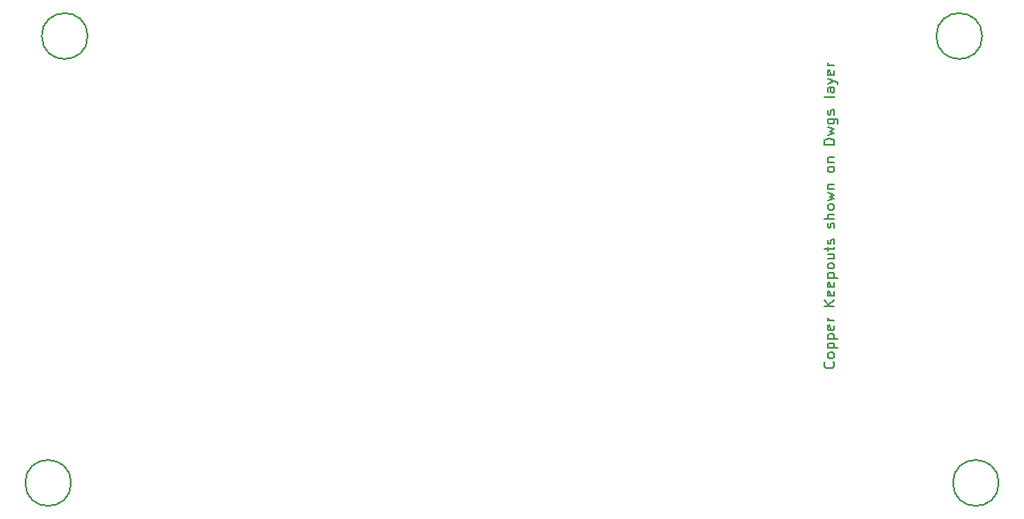
<source format=gbr>
%TF.GenerationSoftware,KiCad,Pcbnew,(6.0.6)*%
%TF.CreationDate,2022-08-15T00:38:18+08:00*%
%TF.ProjectId,15k-macropad-pico,31356b2d-6d61-4637-926f-7061642d7069,rev?*%
%TF.SameCoordinates,Original*%
%TF.FileFunction,Other,Comment*%
%FSLAX46Y46*%
G04 Gerber Fmt 4.6, Leading zero omitted, Abs format (unit mm)*
G04 Created by KiCad (PCBNEW (6.0.6)) date 2022-08-15 00:38:18*
%MOMM*%
%LPD*%
G01*
G04 APERTURE LIST*
%ADD10C,0.150000*%
G04 APERTURE END LIST*
D10*
%TO.C,U1*%
X172089642Y-89211000D02*
X172137261Y-89258619D01*
X172184880Y-89401476D01*
X172184880Y-89496714D01*
X172137261Y-89639571D01*
X172042023Y-89734809D01*
X171946785Y-89782428D01*
X171756309Y-89830047D01*
X171613452Y-89830047D01*
X171422976Y-89782428D01*
X171327738Y-89734809D01*
X171232500Y-89639571D01*
X171184880Y-89496714D01*
X171184880Y-89401476D01*
X171232500Y-89258619D01*
X171280119Y-89211000D01*
X172184880Y-88639571D02*
X172137261Y-88734809D01*
X172089642Y-88782428D01*
X171994404Y-88830047D01*
X171708690Y-88830047D01*
X171613452Y-88782428D01*
X171565833Y-88734809D01*
X171518214Y-88639571D01*
X171518214Y-88496714D01*
X171565833Y-88401476D01*
X171613452Y-88353857D01*
X171708690Y-88306238D01*
X171994404Y-88306238D01*
X172089642Y-88353857D01*
X172137261Y-88401476D01*
X172184880Y-88496714D01*
X172184880Y-88639571D01*
X171518214Y-87877666D02*
X172518214Y-87877666D01*
X171565833Y-87877666D02*
X171518214Y-87782428D01*
X171518214Y-87591952D01*
X171565833Y-87496714D01*
X171613452Y-87449095D01*
X171708690Y-87401476D01*
X171994404Y-87401476D01*
X172089642Y-87449095D01*
X172137261Y-87496714D01*
X172184880Y-87591952D01*
X172184880Y-87782428D01*
X172137261Y-87877666D01*
X171518214Y-86972904D02*
X172518214Y-86972904D01*
X171565833Y-86972904D02*
X171518214Y-86877666D01*
X171518214Y-86687190D01*
X171565833Y-86591952D01*
X171613452Y-86544333D01*
X171708690Y-86496714D01*
X171994404Y-86496714D01*
X172089642Y-86544333D01*
X172137261Y-86591952D01*
X172184880Y-86687190D01*
X172184880Y-86877666D01*
X172137261Y-86972904D01*
X172137261Y-85687190D02*
X172184880Y-85782428D01*
X172184880Y-85972904D01*
X172137261Y-86068142D01*
X172042023Y-86115761D01*
X171661071Y-86115761D01*
X171565833Y-86068142D01*
X171518214Y-85972904D01*
X171518214Y-85782428D01*
X171565833Y-85687190D01*
X171661071Y-85639571D01*
X171756309Y-85639571D01*
X171851547Y-86115761D01*
X172184880Y-85211000D02*
X171518214Y-85211000D01*
X171708690Y-85211000D02*
X171613452Y-85163380D01*
X171565833Y-85115761D01*
X171518214Y-85020523D01*
X171518214Y-84925285D01*
X172184880Y-83830047D02*
X171184880Y-83830047D01*
X172184880Y-83258619D02*
X171613452Y-83687190D01*
X171184880Y-83258619D02*
X171756309Y-83830047D01*
X172137261Y-82449095D02*
X172184880Y-82544333D01*
X172184880Y-82734809D01*
X172137261Y-82830047D01*
X172042023Y-82877666D01*
X171661071Y-82877666D01*
X171565833Y-82830047D01*
X171518214Y-82734809D01*
X171518214Y-82544333D01*
X171565833Y-82449095D01*
X171661071Y-82401476D01*
X171756309Y-82401476D01*
X171851547Y-82877666D01*
X172137261Y-81591952D02*
X172184880Y-81687190D01*
X172184880Y-81877666D01*
X172137261Y-81972904D01*
X172042023Y-82020523D01*
X171661071Y-82020523D01*
X171565833Y-81972904D01*
X171518214Y-81877666D01*
X171518214Y-81687190D01*
X171565833Y-81591952D01*
X171661071Y-81544333D01*
X171756309Y-81544333D01*
X171851547Y-82020523D01*
X171518214Y-81115761D02*
X172518214Y-81115761D01*
X171565833Y-81115761D02*
X171518214Y-81020523D01*
X171518214Y-80830047D01*
X171565833Y-80734809D01*
X171613452Y-80687190D01*
X171708690Y-80639571D01*
X171994404Y-80639571D01*
X172089642Y-80687190D01*
X172137261Y-80734809D01*
X172184880Y-80830047D01*
X172184880Y-81020523D01*
X172137261Y-81115761D01*
X172184880Y-80068142D02*
X172137261Y-80163380D01*
X172089642Y-80211000D01*
X171994404Y-80258619D01*
X171708690Y-80258619D01*
X171613452Y-80211000D01*
X171565833Y-80163380D01*
X171518214Y-80068142D01*
X171518214Y-79925285D01*
X171565833Y-79830047D01*
X171613452Y-79782428D01*
X171708690Y-79734809D01*
X171994404Y-79734809D01*
X172089642Y-79782428D01*
X172137261Y-79830047D01*
X172184880Y-79925285D01*
X172184880Y-80068142D01*
X171518214Y-78877666D02*
X172184880Y-78877666D01*
X171518214Y-79306238D02*
X172042023Y-79306238D01*
X172137261Y-79258619D01*
X172184880Y-79163380D01*
X172184880Y-79020523D01*
X172137261Y-78925285D01*
X172089642Y-78877666D01*
X171518214Y-78544333D02*
X171518214Y-78163380D01*
X171184880Y-78401476D02*
X172042023Y-78401476D01*
X172137261Y-78353857D01*
X172184880Y-78258619D01*
X172184880Y-78163380D01*
X172137261Y-77877666D02*
X172184880Y-77782428D01*
X172184880Y-77591952D01*
X172137261Y-77496714D01*
X172042023Y-77449095D01*
X171994404Y-77449095D01*
X171899166Y-77496714D01*
X171851547Y-77591952D01*
X171851547Y-77734809D01*
X171803928Y-77830047D01*
X171708690Y-77877666D01*
X171661071Y-77877666D01*
X171565833Y-77830047D01*
X171518214Y-77734809D01*
X171518214Y-77591952D01*
X171565833Y-77496714D01*
X172137261Y-76306238D02*
X172184880Y-76211000D01*
X172184880Y-76020523D01*
X172137261Y-75925285D01*
X172042023Y-75877666D01*
X171994404Y-75877666D01*
X171899166Y-75925285D01*
X171851547Y-76020523D01*
X171851547Y-76163380D01*
X171803928Y-76258619D01*
X171708690Y-76306238D01*
X171661071Y-76306238D01*
X171565833Y-76258619D01*
X171518214Y-76163380D01*
X171518214Y-76020523D01*
X171565833Y-75925285D01*
X172184880Y-75449095D02*
X171184880Y-75449095D01*
X172184880Y-75020523D02*
X171661071Y-75020523D01*
X171565833Y-75068142D01*
X171518214Y-75163380D01*
X171518214Y-75306238D01*
X171565833Y-75401476D01*
X171613452Y-75449095D01*
X172184880Y-74401476D02*
X172137261Y-74496714D01*
X172089642Y-74544333D01*
X171994404Y-74591952D01*
X171708690Y-74591952D01*
X171613452Y-74544333D01*
X171565833Y-74496714D01*
X171518214Y-74401476D01*
X171518214Y-74258619D01*
X171565833Y-74163380D01*
X171613452Y-74115761D01*
X171708690Y-74068142D01*
X171994404Y-74068142D01*
X172089642Y-74115761D01*
X172137261Y-74163380D01*
X172184880Y-74258619D01*
X172184880Y-74401476D01*
X171518214Y-73734809D02*
X172184880Y-73544333D01*
X171708690Y-73353857D01*
X172184880Y-73163380D01*
X171518214Y-72972904D01*
X171518214Y-72591952D02*
X172184880Y-72591952D01*
X171613452Y-72591952D02*
X171565833Y-72544333D01*
X171518214Y-72449095D01*
X171518214Y-72306238D01*
X171565833Y-72211000D01*
X171661071Y-72163380D01*
X172184880Y-72163380D01*
X172184880Y-70782428D02*
X172137261Y-70877666D01*
X172089642Y-70925285D01*
X171994404Y-70972904D01*
X171708690Y-70972904D01*
X171613452Y-70925285D01*
X171565833Y-70877666D01*
X171518214Y-70782428D01*
X171518214Y-70639571D01*
X171565833Y-70544333D01*
X171613452Y-70496714D01*
X171708690Y-70449095D01*
X171994404Y-70449095D01*
X172089642Y-70496714D01*
X172137261Y-70544333D01*
X172184880Y-70639571D01*
X172184880Y-70782428D01*
X171518214Y-70020523D02*
X172184880Y-70020523D01*
X171613452Y-70020523D02*
X171565833Y-69972904D01*
X171518214Y-69877666D01*
X171518214Y-69734809D01*
X171565833Y-69639571D01*
X171661071Y-69591952D01*
X172184880Y-69591952D01*
X172184880Y-68353857D02*
X171184880Y-68353857D01*
X171184880Y-68115761D01*
X171232500Y-67972904D01*
X171327738Y-67877666D01*
X171422976Y-67830047D01*
X171613452Y-67782428D01*
X171756309Y-67782428D01*
X171946785Y-67830047D01*
X172042023Y-67877666D01*
X172137261Y-67972904D01*
X172184880Y-68115761D01*
X172184880Y-68353857D01*
X171518214Y-67449095D02*
X172184880Y-67258619D01*
X171708690Y-67068142D01*
X172184880Y-66877666D01*
X171518214Y-66687190D01*
X171518214Y-65877666D02*
X172327738Y-65877666D01*
X172422976Y-65925285D01*
X172470595Y-65972904D01*
X172518214Y-66068142D01*
X172518214Y-66211000D01*
X172470595Y-66306238D01*
X172137261Y-65877666D02*
X172184880Y-65972904D01*
X172184880Y-66163380D01*
X172137261Y-66258619D01*
X172089642Y-66306238D01*
X171994404Y-66353857D01*
X171708690Y-66353857D01*
X171613452Y-66306238D01*
X171565833Y-66258619D01*
X171518214Y-66163380D01*
X171518214Y-65972904D01*
X171565833Y-65877666D01*
X172137261Y-65449095D02*
X172184880Y-65353857D01*
X172184880Y-65163380D01*
X172137261Y-65068142D01*
X172042023Y-65020523D01*
X171994404Y-65020523D01*
X171899166Y-65068142D01*
X171851547Y-65163380D01*
X171851547Y-65306238D01*
X171803928Y-65401476D01*
X171708690Y-65449095D01*
X171661071Y-65449095D01*
X171565833Y-65401476D01*
X171518214Y-65306238D01*
X171518214Y-65163380D01*
X171565833Y-65068142D01*
X172184880Y-63687190D02*
X172137261Y-63782428D01*
X172042023Y-63830047D01*
X171184880Y-63830047D01*
X172184880Y-62877666D02*
X171661071Y-62877666D01*
X171565833Y-62925285D01*
X171518214Y-63020523D01*
X171518214Y-63211000D01*
X171565833Y-63306238D01*
X172137261Y-62877666D02*
X172184880Y-62972904D01*
X172184880Y-63211000D01*
X172137261Y-63306238D01*
X172042023Y-63353857D01*
X171946785Y-63353857D01*
X171851547Y-63306238D01*
X171803928Y-63211000D01*
X171803928Y-62972904D01*
X171756309Y-62877666D01*
X171518214Y-62496714D02*
X172184880Y-62258619D01*
X171518214Y-62020523D02*
X172184880Y-62258619D01*
X172422976Y-62353857D01*
X172470595Y-62401476D01*
X172518214Y-62496714D01*
X172137261Y-61258619D02*
X172184880Y-61353857D01*
X172184880Y-61544333D01*
X172137261Y-61639571D01*
X172042023Y-61687190D01*
X171661071Y-61687190D01*
X171565833Y-61639571D01*
X171518214Y-61544333D01*
X171518214Y-61353857D01*
X171565833Y-61258619D01*
X171661071Y-61211000D01*
X171756309Y-61211000D01*
X171851547Y-61687190D01*
X172184880Y-60782428D02*
X171518214Y-60782428D01*
X171708690Y-60782428D02*
X171613452Y-60734809D01*
X171565833Y-60687190D01*
X171518214Y-60591952D01*
X171518214Y-60496714D01*
%TO.C,H1*%
X100625000Y-57943750D02*
G75*
G03*
X100625000Y-57943750I-2200000J0D01*
G01*
%TO.C,H3*%
X186350000Y-57943750D02*
G75*
G03*
X186350000Y-57943750I-2200000J0D01*
G01*
%TO.C,H2*%
X99037500Y-100806250D02*
G75*
G03*
X99037500Y-100806250I-2200000J0D01*
G01*
%TO.C,H4*%
X187937500Y-100806250D02*
G75*
G03*
X187937500Y-100806250I-2200000J0D01*
G01*
X187937500Y-100806250D02*
G75*
G03*
X187937500Y-100806250I-2200000J0D01*
G01*
%TD*%
M02*

</source>
